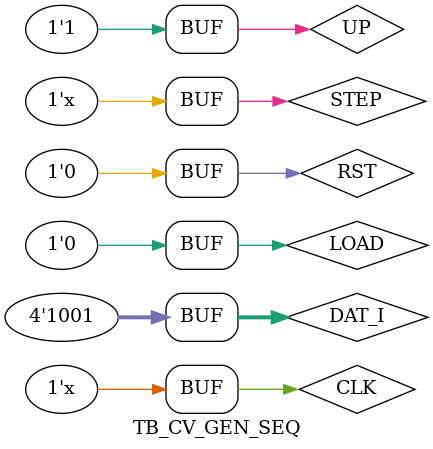
<source format=v>
module TB_CV_GEN_SEQ;
  
reg CLK;
reg RST;
reg STEP;
reg LOAD;
reg UP;
reg [3:0] DAT_I;
wire [3:0] NOM;
wire [3:0] SEQ;
always #5 CLK = ~CLK;
always #5 STEP = ~STEP;

CV_GEN_SEQ uut 
(
  .CLK(CLK),
  .RST(RST),
  .STEP(STEP),
  .LOAD(LOAD),
  .UP(UP),
  .DAT_I(DAT_I),
  .SEQ(SEQ),
  .NOM(NOM)
);
  
initial
begin
  CLK = 0;
  RST = 0;
  STEP = 0;
  LOAD = 0;
  UP = 0;
  DAT_I = 0;
  #30;
  //Полный цикл прямой генерации
  LOAD = 1;
  UP = 1;
  #10
  LOAD = 0;
  //Полный цикл обратной генерации
  #200
  UP = 0;
  #200
  //Сброс
  RST = 1;
  #5;
  RST = 0;
  //Загрузка значения
  UP = 1;
  DAT_I = 4'h9;
  LOAD = 1;
  #10;
  LOAD = 0;
end
  
endmodule

</source>
